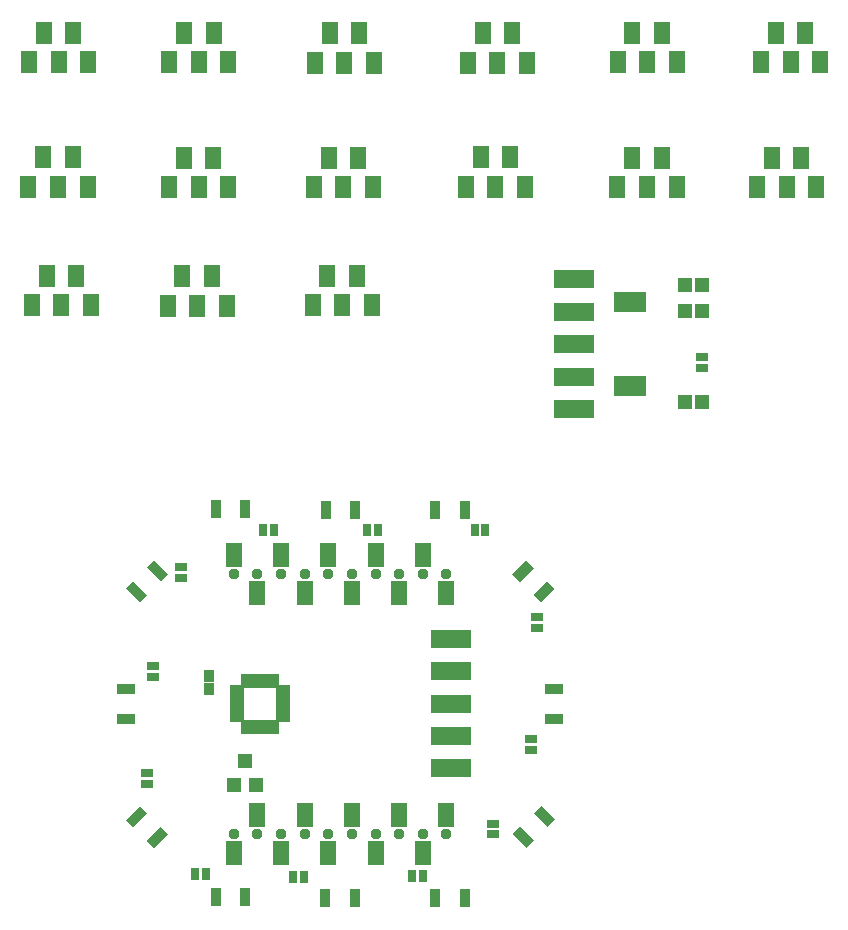
<source format=gbs>
G04 #@! TF.FileFunction,Soldermask,Bot*
%FSLAX46Y46*%
G04 Gerber Fmt 4.6, Leading zero omitted, Abs format (unit mm)*
G04 Created by KiCad (PCBNEW 4.0.7-e2-6376~58~ubuntu16.04.1) date Fri Aug  3 16:41:56 2018*
%MOMM*%
%LPD*%
G01*
G04 APERTURE LIST*
%ADD10C,0.100000*%
%ADD11R,1.400000X2.000000*%
%ADD12C,0.950000*%
%ADD13R,0.900000X1.650000*%
%ADD14R,1.250000X0.700000*%
%ADD15R,0.700000X1.250000*%
%ADD16R,1.650000X0.900000*%
%ADD17R,1.200000X1.300000*%
%ADD18R,0.900000X1.000000*%
%ADD19R,0.800000X1.000000*%
%ADD20R,1.000000X0.800000*%
%ADD21R,3.400000X1.650000*%
%ADD22R,1.200000X1.150000*%
%ADD23R,1.370000X1.670000*%
%ADD24R,1.400000X1.900000*%
G04 APERTURE END LIST*
D10*
D11*
X147600000Y-97350000D03*
X145600000Y-94150000D03*
X143600000Y-97350000D03*
X141600000Y-94150000D03*
X139600000Y-97350000D03*
X137600000Y-94150000D03*
X135600000Y-97350000D03*
X133600000Y-94150000D03*
X131600000Y-97350000D03*
X129600000Y-94150000D03*
D12*
X147600000Y-95750000D03*
X145600000Y-95750000D03*
X143600000Y-95750000D03*
X141600000Y-95750000D03*
X139600000Y-95750000D03*
X137600000Y-95750000D03*
X135600000Y-95750000D03*
X133600000Y-95750000D03*
X131600000Y-95750000D03*
X129600000Y-95750000D03*
D13*
X130580000Y-90290000D03*
X128080000Y-90290000D03*
X139860000Y-90320000D03*
X137360000Y-90320000D03*
X149130000Y-90300000D03*
X146630000Y-90300000D03*
X146640000Y-123200000D03*
X149140000Y-123200000D03*
X128070000Y-123140000D03*
X130570000Y-123140000D03*
D14*
X133760000Y-105480000D03*
X133760000Y-105980000D03*
X133760000Y-106480000D03*
X133760000Y-106980000D03*
X133760000Y-107480000D03*
X133760000Y-107980000D03*
D15*
X133060000Y-108680000D03*
X132560000Y-108680000D03*
X132060000Y-108680000D03*
X131560000Y-108680000D03*
X131060000Y-108680000D03*
X130560000Y-108680000D03*
D14*
X129860000Y-107980000D03*
X129860000Y-107480000D03*
X129860000Y-106980000D03*
X129860000Y-106480000D03*
X129860000Y-105980000D03*
X129860000Y-105480000D03*
D15*
X130560000Y-104780000D03*
X131060000Y-104780000D03*
X131560000Y-104780000D03*
X132060000Y-104780000D03*
X132560000Y-104780000D03*
X133060000Y-104780000D03*
D10*
G36*
X156755444Y-96998718D02*
X155588718Y-98165444D01*
X154952322Y-97529048D01*
X156119048Y-96362322D01*
X156755444Y-96998718D01*
X156755444Y-96998718D01*
G37*
G36*
X154987678Y-95230952D02*
X153820952Y-96397678D01*
X153184556Y-95761282D01*
X154351282Y-94594556D01*
X154987678Y-95230952D01*
X154987678Y-95230952D01*
G37*
D16*
X156720000Y-108000000D03*
X156720000Y-105500000D03*
X120460000Y-105510000D03*
X120460000Y-108010000D03*
D13*
X137350000Y-123200000D03*
X139850000Y-123200000D03*
D10*
G36*
X120444556Y-116561282D02*
X121611282Y-115394556D01*
X122247678Y-116030952D01*
X121080952Y-117197678D01*
X120444556Y-116561282D01*
X120444556Y-116561282D01*
G37*
G36*
X122212322Y-118329048D02*
X123379048Y-117162322D01*
X124015444Y-117798718D01*
X122848718Y-118965444D01*
X122212322Y-118329048D01*
X122212322Y-118329048D01*
G37*
G36*
X154371282Y-118935444D02*
X153204556Y-117768718D01*
X153840952Y-117132322D01*
X155007678Y-118299048D01*
X154371282Y-118935444D01*
X154371282Y-118935444D01*
G37*
G36*
X156139048Y-117167678D02*
X154972322Y-116000952D01*
X155608718Y-115364556D01*
X156775444Y-116531282D01*
X156139048Y-117167678D01*
X156139048Y-117167678D01*
G37*
G36*
X122868718Y-94584556D02*
X124035444Y-95751282D01*
X123399048Y-96387678D01*
X122232322Y-95220952D01*
X122868718Y-94584556D01*
X122868718Y-94584556D01*
G37*
G36*
X121100952Y-96352322D02*
X122267678Y-97519048D01*
X121631282Y-98155444D01*
X120464556Y-96988718D01*
X121100952Y-96352322D01*
X121100952Y-96352322D01*
G37*
D17*
X131490000Y-113610000D03*
X129590000Y-113610000D03*
X130540000Y-111610000D03*
D18*
X127480000Y-104370000D03*
X127480000Y-105470000D03*
D19*
X132970000Y-92040000D03*
X132070000Y-92040000D03*
X141775000Y-92025000D03*
X140875000Y-92025000D03*
X150875000Y-92075000D03*
X149975000Y-92075000D03*
D20*
X155225000Y-100300000D03*
X155225000Y-99400000D03*
X154725000Y-110625000D03*
X154725000Y-109725000D03*
X151575000Y-117800000D03*
X151575000Y-116900000D03*
D19*
X144675000Y-121325000D03*
X145575000Y-121325000D03*
X134600000Y-121425000D03*
X135500000Y-121425000D03*
X126325000Y-121175000D03*
X127225000Y-121175000D03*
D20*
X122225000Y-112650000D03*
X122225000Y-113550000D03*
X122750000Y-103550000D03*
X122750000Y-104450000D03*
X125150000Y-95200000D03*
X125150000Y-96100000D03*
D11*
X147600000Y-116150000D03*
X145600000Y-119350000D03*
X143600000Y-116150000D03*
X141600000Y-119350000D03*
X139600000Y-116150000D03*
X137600000Y-119350000D03*
X135600000Y-116150000D03*
X133600000Y-119350000D03*
X131600000Y-116150000D03*
X129600000Y-119350000D03*
D12*
X147600000Y-117750000D03*
X145600000Y-117750000D03*
X143600000Y-117750000D03*
X141600000Y-117750000D03*
X139600000Y-117750000D03*
X137600000Y-117750000D03*
X135600000Y-117750000D03*
X133600000Y-117750000D03*
X131600000Y-117750000D03*
X129600000Y-117750000D03*
D21*
X148000000Y-112225000D03*
X148000000Y-109475000D03*
X148000000Y-106725000D03*
X148000000Y-103975000D03*
X148000000Y-101225000D03*
D22*
X169260000Y-71325000D03*
X167760000Y-71325000D03*
X169260000Y-81200000D03*
X167760000Y-81200000D03*
X169260000Y-73525000D03*
X167760000Y-73525000D03*
D23*
X162495000Y-72725000D03*
X163775000Y-72725000D03*
X163775000Y-79875000D03*
X162495000Y-79875000D03*
D21*
X158410000Y-81800000D03*
X158410000Y-79050000D03*
X158410000Y-76300000D03*
X158410000Y-73550000D03*
X158410000Y-70800000D03*
D20*
X169260000Y-78325000D03*
X169260000Y-77425000D03*
D24*
X177985000Y-49945000D03*
X175485000Y-49945000D03*
X179235000Y-52445000D03*
X176735000Y-52445000D03*
X174235000Y-52445000D03*
X116015000Y-49950000D03*
X113515000Y-49950000D03*
X117265000Y-52450000D03*
X114765000Y-52450000D03*
X112265000Y-52450000D03*
X127895000Y-49950000D03*
X125395000Y-49950000D03*
X129145000Y-52450000D03*
X126645000Y-52450000D03*
X124145000Y-52450000D03*
X177655000Y-60520000D03*
X175155000Y-60520000D03*
X178905000Y-63020000D03*
X176405000Y-63020000D03*
X173905000Y-63020000D03*
X140015000Y-70510000D03*
X137515000Y-70510000D03*
X141265000Y-73010000D03*
X138765000Y-73010000D03*
X136265000Y-73010000D03*
X165840000Y-49945000D03*
X163340000Y-49945000D03*
X167090000Y-52445000D03*
X164590000Y-52445000D03*
X162090000Y-52445000D03*
X116240000Y-70520000D03*
X113740000Y-70520000D03*
X117490000Y-73020000D03*
X114990000Y-73020000D03*
X112490000Y-73020000D03*
X153160000Y-49970000D03*
X150660000Y-49970000D03*
X154410000Y-52470000D03*
X151910000Y-52470000D03*
X149410000Y-52470000D03*
X127870000Y-60520000D03*
X125370000Y-60520000D03*
X129120000Y-63020000D03*
X126620000Y-63020000D03*
X124120000Y-63020000D03*
X115960000Y-60470000D03*
X113460000Y-60470000D03*
X117210000Y-62970000D03*
X114710000Y-62970000D03*
X112210000Y-62970000D03*
X140210000Y-49960000D03*
X137710000Y-49960000D03*
X141460000Y-52460000D03*
X138960000Y-52460000D03*
X136460000Y-52460000D03*
X165830000Y-60500000D03*
X163330000Y-60500000D03*
X167080000Y-63000000D03*
X164580000Y-63000000D03*
X162080000Y-63000000D03*
X127740000Y-70560000D03*
X125240000Y-70560000D03*
X128990000Y-73060000D03*
X126490000Y-73060000D03*
X123990000Y-73060000D03*
X152990000Y-60480000D03*
X150490000Y-60480000D03*
X154240000Y-62980000D03*
X151740000Y-62980000D03*
X149240000Y-62980000D03*
X140120000Y-60520000D03*
X137620000Y-60520000D03*
X141370000Y-63020000D03*
X138870000Y-63020000D03*
X136370000Y-63020000D03*
M02*

</source>
